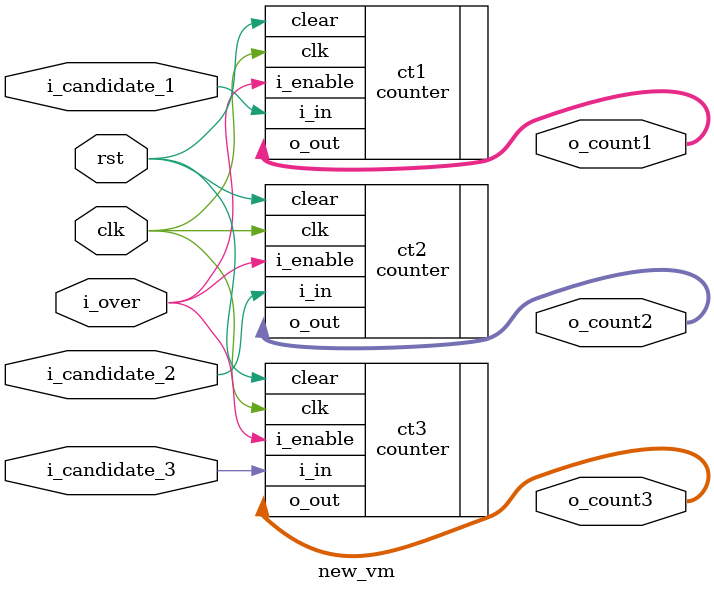
<source format=v>
module new_vm (
    input clk,							
    input rst,							// input High to reset counting  (active high)
    input i_candidate_1,				// input to vote for candidate 1
    input i_candidate_2,				// input to vote for candidate 2
    input i_candidate_3,				// input to vote for candidate 3
    input i_over,				// input high to get total votes after voting is over

    output wire [31:0] o_count1,		// output for total number of votes of candidate 1
    output wire [31:0] o_count2,		// output for total number of votes of candidate 2
    output wire [31:0] o_count3			// output for total number of votes of candidate 3
);

counter ct1(.clk(clk), .clear(rst), .i_enable(i_over), .i_in(i_candidate_1), .o_out(o_count1));
counter ct2(.clk(clk), .clear(rst), .i_enable(i_over), .i_in(i_candidate_2), .o_out(o_count2));
counter ct3(.clk(clk), .clear(rst), .i_enable(i_over), .i_in(i_candidate_3), .o_out(o_count3));
    
endmodule

</source>
